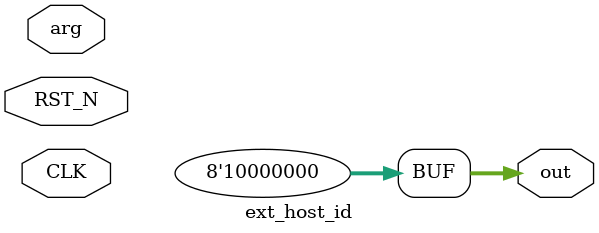
<source format=v>
module ext_host_id(input wire CLK, input wire RST_N, input wire[0:0] arg, output wire[7:0] out);
`ifndef HOST_ID
 `ifdef SIMULATION
  `define HOST_ID 8'b1 // Verilator
 `else
  `define HOST_ID 8'b10000000 // FPGA
 `endif
`endif
   assign out = `HOST_ID;
endmodule // ext_host_id

</source>
